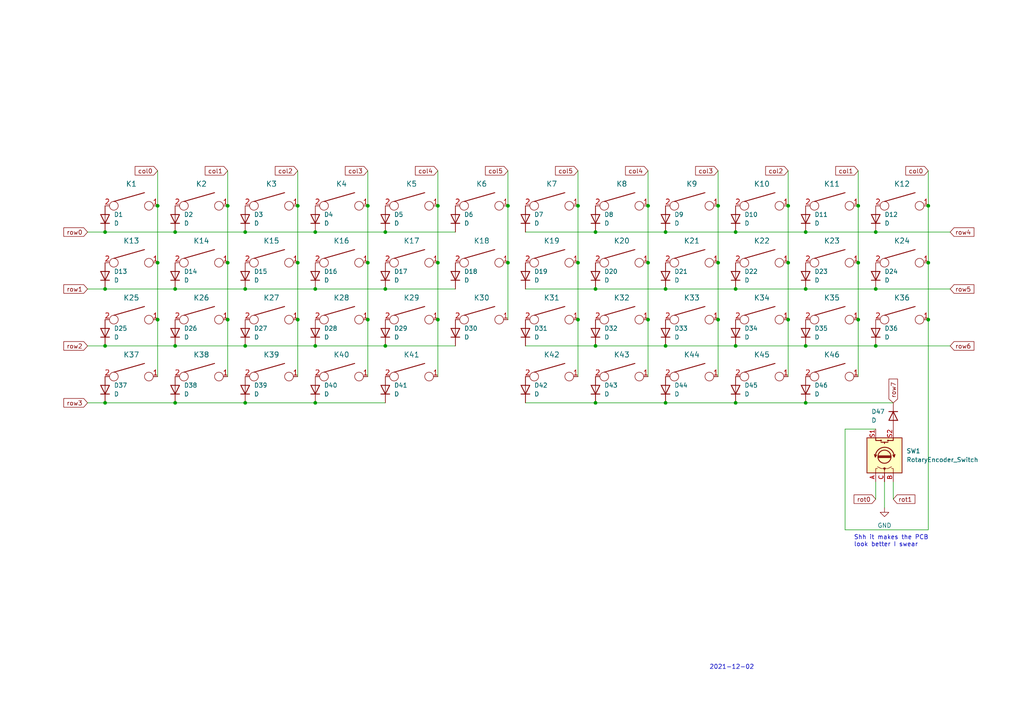
<source format=kicad_sch>
(kicad_sch (version 20210621) (generator eeschema)
  (paper "A4")
  (lib_symbols
    (symbol "Device:D" (pin_numbers hide) (pin_names (offset 1.016) hide)
      (property "Reference" "D" (at 0 2.54 0))
      (property "Value" "D" (at 0 -2.54 0))
      (symbol "D_0_1"
        (polyline (pts (xy -1.27 1.27) (xy -1.27 -1.27)) (stroke (width 0.254)))
        (polyline (pts (xy 1.27 0) (xy -1.27 0)))
        (polyline (pts (xy 1.27 1.27) (xy 1.27 -1.27) (xy -1.27 0) (xy 1.27 1.27)) (stroke (width 0.254)))
      )
      (symbol "D_1_1"
        (pin passive line (at -3.81 0 0) (length 2.54) (name "K") (number "1"))
        (pin passive line (at 3.81 0 180) (length 2.54) (name "A") (number "2"))
      )
    )
    (symbol "Device:RotaryEncoder_Switch" (pin_names (offset 0.254) hide)
      (property "Reference" "SW" (at 0 6.604 0))
      (property "Value" "RotaryEncoder_Switch" (at 0 -6.604 0))
      (symbol "RotaryEncoder_Switch_0_1"
        (arc (start -0.381 -2.794) (end -0.381 2.667) (radius (at -0.381 -0.0508) (length 2.7432) (angles -89.9 89.9)) (stroke (width 0.254)))
        (circle (center -0.381 0) (radius 1.905) (stroke (width 0.254)))
        (circle (center 4.318 -1.016) (radius 0.127) (stroke (width 0.254)))
        (circle (center 4.318 1.016) (radius 0.127) (stroke (width 0.254)))
        (circle (center -3.81 0) (radius 0.254) (fill (type outline)))
        (rectangle (start -5.08 5.08) (end 5.08 -5.08) (stroke (width 0.254)) (fill (type background)))
        (polyline (pts (xy -0.635 -1.778) (xy -0.635 1.778)) (stroke (width 0.254)))
        (polyline (pts (xy -0.381 -1.778) (xy -0.381 1.778)) (stroke (width 0.254)))
        (polyline (pts (xy -0.127 1.778) (xy -0.127 -1.778)) (stroke (width 0.254)))
        (polyline (pts (xy 3.81 0) (xy 3.429 0)) (stroke (width 0.254)))
        (polyline (pts (xy 3.81 1.016) (xy 3.81 -1.016)) (stroke (width 0.254)))
        (polyline (pts (xy -5.08 -2.54) (xy -3.81 -2.54) (xy -3.81 -2.032)))
        (polyline (pts (xy -5.08 2.54) (xy -3.81 2.54) (xy -3.81 2.032)))
        (polyline (pts (xy 0.254 -3.048) (xy -0.508 -2.794) (xy 0.127 -2.413)) (stroke (width 0.254)))
        (polyline (pts (xy 0.254 2.921) (xy -0.508 2.667) (xy 0.127 2.286)) (stroke (width 0.254)))
        (polyline (pts (xy 5.08 -2.54) (xy 4.318 -2.54) (xy 4.318 -1.016)) (stroke (width 0.254)))
        (polyline (pts (xy 5.08 2.54) (xy 4.318 2.54) (xy 4.318 1.016)) (stroke (width 0.254)))
        (polyline (pts (xy -5.08 0) (xy -3.81 0) (xy -3.81 -1.016) (xy -3.302 -2.032)))
        (polyline (pts (xy -4.318 0) (xy -3.81 0) (xy -3.81 1.016) (xy -3.302 2.032)))
      )
      (symbol "RotaryEncoder_Switch_1_1"
        (pin passive line (at -7.62 2.54 0) (length 2.54) (name "A") (number "A"))
        (pin passive line (at -7.62 -2.54 0) (length 2.54) (name "B") (number "B"))
        (pin passive line (at -7.62 0 0) (length 2.54) (name "C") (number "C"))
        (pin passive line (at 7.62 2.54 180) (length 2.54) (name "S1") (number "S1"))
        (pin passive line (at 7.62 -2.54 180) (length 2.54) (name "S2") (number "S2"))
      )
    )
    (symbol "keyboard_parts:KEYSW" (pin_names (offset 1.016))
      (property "Reference" "K?" (at -1.27 0 0))
      (symbol "KEYSW_0_1"
        (circle (center -5.08 0) (radius 1.27))
        (circle (center 5.08 0) (radius 1.27))
        (polyline (pts (xy -5.08 1.27) (xy 3.81 3.81)) (stroke (width 0.254)))
      )
      (symbol "KEYSW_1_1"
        (pin passive line (at 7.62 0 180) (length 1.27) (name "~") (number "1"))
        (pin passive line (at -7.62 0 0) (length 1.27) (name "~") (number "2"))
      )
    )
    (symbol "power:GND" (power) (pin_names (offset 0))
      (property "Value" "GND" (at 0 -3.81 0))
      (symbol "GND_0_1"
        (polyline (pts (xy 0 0) (xy 0 -1.27) (xy 1.27 -1.27) (xy 0 -2.54) (xy -1.27 -1.27) (xy 0 -1.27)))
      )
      (symbol "GND_1_1"
        (pin power_in line (at 0 0 270) (length 0) hide (name "GND") (number "1"))
      )
    )
  )
  (junction (at 30.48 67.31) (diameter 0.9144))
  (junction (at 30.48 83.82) (diameter 0.9144))
  (junction (at 30.48 100.33) (diameter 0.9144))
  (junction (at 30.48 116.84) (diameter 0.9144))
  (junction (at 45.72 59.69) (diameter 0.9144))
  (junction (at 45.72 76.2) (diameter 0.9144))
  (junction (at 45.72 92.71) (diameter 0.9144))
  (junction (at 50.8 67.31) (diameter 0.9144))
  (junction (at 50.8 83.82) (diameter 0.9144))
  (junction (at 50.8 100.33) (diameter 0.9144))
  (junction (at 50.8 116.84) (diameter 0.9144))
  (junction (at 66.04 59.69) (diameter 0.9144))
  (junction (at 66.04 76.2) (diameter 0.9144))
  (junction (at 66.04 92.71) (diameter 0.9144))
  (junction (at 71.12 67.31) (diameter 0.9144))
  (junction (at 71.12 83.82) (diameter 0.9144))
  (junction (at 71.12 100.33) (diameter 0.9144))
  (junction (at 71.12 116.84) (diameter 0.9144))
  (junction (at 86.36 59.69) (diameter 0.9144))
  (junction (at 86.36 76.2) (diameter 0.9144))
  (junction (at 86.36 92.71) (diameter 0.9144))
  (junction (at 91.44 67.31) (diameter 0.9144))
  (junction (at 91.44 83.82) (diameter 0.9144))
  (junction (at 91.44 100.33) (diameter 0.9144))
  (junction (at 91.44 116.84) (diameter 0.9144))
  (junction (at 106.68 59.69) (diameter 0.9144))
  (junction (at 106.68 76.2) (diameter 0.9144))
  (junction (at 106.68 92.71) (diameter 0.9144))
  (junction (at 111.76 67.31) (diameter 0.9144))
  (junction (at 111.76 83.82) (diameter 0.9144))
  (junction (at 111.76 100.33) (diameter 0.9144))
  (junction (at 127 59.69) (diameter 0.9144))
  (junction (at 127 76.2) (diameter 0.9144))
  (junction (at 127 92.71) (diameter 0.9144))
  (junction (at 147.32 59.69) (diameter 0.9144))
  (junction (at 147.32 76.2) (diameter 0.9144))
  (junction (at 167.64 59.69) (diameter 0.9144))
  (junction (at 167.64 76.2) (diameter 0.9144))
  (junction (at 167.64 92.71) (diameter 0.9144))
  (junction (at 172.72 67.31) (diameter 0.9144))
  (junction (at 172.72 83.82) (diameter 0.9144))
  (junction (at 172.72 100.33) (diameter 0.9144))
  (junction (at 172.72 116.84) (diameter 0.9144))
  (junction (at 187.96 59.69) (diameter 0.9144))
  (junction (at 187.96 76.2) (diameter 0.9144))
  (junction (at 187.96 92.71) (diameter 0.9144))
  (junction (at 193.04 67.31) (diameter 0.9144))
  (junction (at 193.04 83.82) (diameter 0.9144))
  (junction (at 193.04 100.33) (diameter 0.9144))
  (junction (at 193.04 116.84) (diameter 0.9144))
  (junction (at 208.28 59.69) (diameter 0.9144))
  (junction (at 208.28 76.2) (diameter 0.9144))
  (junction (at 208.28 92.71) (diameter 0.9144))
  (junction (at 213.36 67.31) (diameter 0.9144))
  (junction (at 213.36 83.82) (diameter 0.9144))
  (junction (at 213.36 100.33) (diameter 0.9144))
  (junction (at 213.36 116.84) (diameter 0.9144))
  (junction (at 228.6 59.69) (diameter 0.9144))
  (junction (at 228.6 76.2) (diameter 0.9144))
  (junction (at 228.6 92.71) (diameter 0.9144))
  (junction (at 233.68 67.31) (diameter 0.9144))
  (junction (at 233.68 83.82) (diameter 0.9144))
  (junction (at 233.68 100.33) (diameter 0.9144))
  (junction (at 233.68 116.84) (diameter 0.9144))
  (junction (at 248.92 59.69) (diameter 0.9144))
  (junction (at 248.92 76.2) (diameter 0.9144))
  (junction (at 248.92 92.71) (diameter 0.9144))
  (junction (at 254 67.31) (diameter 0.9144))
  (junction (at 254 83.82) (diameter 0.9144))
  (junction (at 254 100.33) (diameter 0.9144))
  (junction (at 269.24 59.69) (diameter 0.9144))
  (junction (at 269.24 76.2) (diameter 0.9144))
  (junction (at 269.24 92.71) (diameter 0.9144))
  (wire (pts (xy 25.4 67.31) (xy 30.48 67.31)))
  (wire (pts (xy 25.4 83.82) (xy 30.48 83.82)))
  (wire (pts (xy 25.4 100.33) (xy 30.48 100.33)))
  (wire (pts (xy 25.4 116.84) (xy 30.48 116.84)))
  (wire (pts (xy 30.48 67.31) (xy 50.8 67.31)))
  (wire (pts (xy 30.48 83.82) (xy 50.8 83.82)))
  (wire (pts (xy 30.48 100.33) (xy 50.8 100.33)))
  (wire (pts (xy 30.48 116.84) (xy 50.8 116.84)))
  (wire (pts (xy 45.72 49.53) (xy 45.72 59.69)))
  (wire (pts (xy 45.72 59.69) (xy 45.72 76.2)))
  (wire (pts (xy 45.72 76.2) (xy 45.72 92.71)))
  (wire (pts (xy 45.72 92.71) (xy 45.72 109.22)))
  (wire (pts (xy 50.8 67.31) (xy 71.12 67.31)))
  (wire (pts (xy 50.8 83.82) (xy 71.12 83.82)))
  (wire (pts (xy 50.8 100.33) (xy 71.12 100.33)))
  (wire (pts (xy 50.8 116.84) (xy 71.12 116.84)))
  (wire (pts (xy 66.04 49.53) (xy 66.04 59.69)))
  (wire (pts (xy 66.04 59.69) (xy 66.04 76.2)))
  (wire (pts (xy 66.04 76.2) (xy 66.04 92.71)))
  (wire (pts (xy 66.04 92.71) (xy 66.04 109.22)))
  (wire (pts (xy 71.12 67.31) (xy 91.44 67.31)))
  (wire (pts (xy 71.12 83.82) (xy 91.44 83.82)))
  (wire (pts (xy 71.12 100.33) (xy 91.44 100.33)))
  (wire (pts (xy 71.12 116.84) (xy 91.44 116.84)))
  (wire (pts (xy 86.36 49.53) (xy 86.36 59.69)))
  (wire (pts (xy 86.36 59.69) (xy 86.36 76.2)))
  (wire (pts (xy 86.36 76.2) (xy 86.36 92.71)))
  (wire (pts (xy 86.36 92.71) (xy 86.36 109.22)))
  (wire (pts (xy 91.44 67.31) (xy 111.76 67.31)))
  (wire (pts (xy 91.44 83.82) (xy 111.76 83.82)))
  (wire (pts (xy 91.44 100.33) (xy 111.76 100.33)))
  (wire (pts (xy 91.44 116.84) (xy 111.76 116.84)))
  (wire (pts (xy 106.68 49.53) (xy 106.68 59.69)))
  (wire (pts (xy 106.68 59.69) (xy 106.68 76.2)))
  (wire (pts (xy 106.68 76.2) (xy 106.68 92.71)))
  (wire (pts (xy 106.68 92.71) (xy 106.68 109.22)))
  (wire (pts (xy 111.76 67.31) (xy 132.08 67.31)))
  (wire (pts (xy 111.76 83.82) (xy 132.08 83.82)))
  (wire (pts (xy 111.76 100.33) (xy 132.08 100.33)))
  (wire (pts (xy 127 49.53) (xy 127 59.69)))
  (wire (pts (xy 127 59.69) (xy 127 76.2)))
  (wire (pts (xy 127 76.2) (xy 127 92.71)))
  (wire (pts (xy 127 92.71) (xy 127 109.22)))
  (wire (pts (xy 147.32 49.53) (xy 147.32 59.69)))
  (wire (pts (xy 147.32 59.69) (xy 147.32 76.2)))
  (wire (pts (xy 147.32 76.2) (xy 147.32 92.71)))
  (wire (pts (xy 152.4 67.31) (xy 172.72 67.31)))
  (wire (pts (xy 152.4 83.82) (xy 172.72 83.82)))
  (wire (pts (xy 152.4 100.33) (xy 172.72 100.33)))
  (wire (pts (xy 152.4 116.84) (xy 172.72 116.84)))
  (wire (pts (xy 167.64 49.53) (xy 167.64 59.69)))
  (wire (pts (xy 167.64 59.69) (xy 167.64 76.2)))
  (wire (pts (xy 167.64 76.2) (xy 167.64 92.71)))
  (wire (pts (xy 167.64 92.71) (xy 167.64 109.22)))
  (wire (pts (xy 172.72 67.31) (xy 193.04 67.31)))
  (wire (pts (xy 172.72 83.82) (xy 193.04 83.82)))
  (wire (pts (xy 172.72 100.33) (xy 193.04 100.33)))
  (wire (pts (xy 172.72 116.84) (xy 193.04 116.84)))
  (wire (pts (xy 187.96 49.53) (xy 187.96 59.69)))
  (wire (pts (xy 187.96 59.69) (xy 187.96 76.2)))
  (wire (pts (xy 187.96 76.2) (xy 187.96 92.71)))
  (wire (pts (xy 187.96 92.71) (xy 187.96 109.22)))
  (wire (pts (xy 193.04 67.31) (xy 213.36 67.31)))
  (wire (pts (xy 193.04 83.82) (xy 213.36 83.82)))
  (wire (pts (xy 193.04 100.33) (xy 213.36 100.33)))
  (wire (pts (xy 193.04 116.84) (xy 213.36 116.84)))
  (wire (pts (xy 208.28 49.53) (xy 208.28 59.69)))
  (wire (pts (xy 208.28 59.69) (xy 208.28 76.2)))
  (wire (pts (xy 208.28 76.2) (xy 208.28 92.71)))
  (wire (pts (xy 208.28 92.71) (xy 208.28 109.22)))
  (wire (pts (xy 213.36 67.31) (xy 233.68 67.31)))
  (wire (pts (xy 213.36 83.82) (xy 233.68 83.82)))
  (wire (pts (xy 213.36 100.33) (xy 233.68 100.33)))
  (wire (pts (xy 213.36 116.84) (xy 233.68 116.84)))
  (wire (pts (xy 228.6 49.53) (xy 228.6 59.69)))
  (wire (pts (xy 228.6 59.69) (xy 228.6 76.2)))
  (wire (pts (xy 228.6 76.2) (xy 228.6 92.71)))
  (wire (pts (xy 228.6 92.71) (xy 228.6 109.22)))
  (wire (pts (xy 233.68 67.31) (xy 254 67.31)))
  (wire (pts (xy 233.68 83.82) (xy 254 83.82)))
  (wire (pts (xy 233.68 100.33) (xy 254 100.33)))
  (wire (pts (xy 233.68 116.84) (xy 259.08 116.84)))
  (wire (pts (xy 245.11 124.46) (xy 254 124.46)))
  (wire (pts (xy 245.11 153.67) (xy 245.11 124.46)))
  (wire (pts (xy 248.92 49.53) (xy 248.92 59.69)))
  (wire (pts (xy 248.92 59.69) (xy 248.92 76.2)))
  (wire (pts (xy 248.92 76.2) (xy 248.92 92.71)))
  (wire (pts (xy 248.92 92.71) (xy 248.92 109.22)))
  (wire (pts (xy 254 67.31) (xy 275.59 67.31)))
  (wire (pts (xy 254 83.82) (xy 275.59 83.82)))
  (wire (pts (xy 254 100.33) (xy 275.59 100.33)))
  (wire (pts (xy 254 139.7) (xy 254 144.78)))
  (wire (pts (xy 256.54 139.7) (xy 256.54 147.32)))
  (wire (pts (xy 259.08 139.7) (xy 259.08 144.78)))
  (wire (pts (xy 269.24 49.53) (xy 269.24 59.69)))
  (wire (pts (xy 269.24 59.69) (xy 269.24 76.2)))
  (wire (pts (xy 269.24 76.2) (xy 269.24 92.71)))
  (wire (pts (xy 269.24 92.71) (xy 269.24 153.67)))
  (wire (pts (xy 269.24 153.67) (xy 245.11 153.67)))
  (text "2021-12-02\n" (at 205.74 194.31 0) (effects (font (size 1.27 1.27)) (justify left bottom)))
  (text "Shh it makes the PCB\nlook better I swear" (at 247.65 158.75 0) (effects (font (size 1.27 1.27)) (justify left bottom)))
  (global_label "row0" (shape input) (at 25.4 67.31 180) (property "Intersheet References" "${INTERSHEET_REFS}" (effects hide)))
  (global_label "row1" (shape input) (at 25.4 83.82 180) (property "Intersheet References" "${INTERSHEET_REFS}" (effects hide)))
  (global_label "row2" (shape input) (at 25.4 100.33 180) (property "Intersheet References" "${INTERSHEET_REFS}" (effects hide)))
  (global_label "row3" (shape input) (at 25.4 116.84 180) (property "Intersheet References" "${INTERSHEET_REFS}" (effects hide)))
  (global_label "col0" (shape input) (at 45.72 49.53 180) (property "Intersheet References" "${INTERSHEET_REFS}" (effects hide)))
  (global_label "col1" (shape input) (at 66.04 49.53 180) (property "Intersheet References" "${INTERSHEET_REFS}" (effects hide)))
  (global_label "col2" (shape input) (at 86.36 49.53 180) (property "Intersheet References" "${INTERSHEET_REFS}" (effects hide)))
  (global_label "col3" (shape input) (at 106.68 49.53 180) (property "Intersheet References" "${INTERSHEET_REFS}" (effects hide)))
  (global_label "col4" (shape input) (at 127 49.53 180) (property "Intersheet References" "${INTERSHEET_REFS}" (effects hide)))
  (global_label "col5" (shape input) (at 147.32 49.53 180) (property "Intersheet References" "${INTERSHEET_REFS}" (effects hide)))
  (global_label "col5" (shape input) (at 167.64 49.53 180) (property "Intersheet References" "${INTERSHEET_REFS}" (effects hide)))
  (global_label "col4" (shape input) (at 187.96 49.53 180) (property "Intersheet References" "${INTERSHEET_REFS}" (effects hide)))
  (global_label "col3" (shape input) (at 208.28 49.53 180) (property "Intersheet References" "${INTERSHEET_REFS}" (effects hide)))
  (global_label "col2" (shape input) (at 228.6 49.53 180) (property "Intersheet References" "${INTERSHEET_REFS}" (effects hide)))
  (global_label "col1" (shape input) (at 248.92 49.53 180) (property "Intersheet References" "${INTERSHEET_REFS}" (effects hide)))
  (global_label "rot0" (shape input) (at 254 144.78 180) (property "Intersheet References" "${INTERSHEET_REFS}" (effects hide)))
  (global_label "row7" (shape input) (at 259.08 116.84 90) (property "Intersheet References" "${INTERSHEET_REFS}" (effects hide)))
  (global_label "rot1" (shape input) (at 259.08 144.78 0) (property "Intersheet References" "${INTERSHEET_REFS}" (effects hide)))
  (global_label "col0" (shape input) (at 269.24 49.53 180) (property "Intersheet References" "${INTERSHEET_REFS}" (effects hide)))
  (global_label "row4" (shape input) (at 275.59 67.31 0) (property "Intersheet References" "${INTERSHEET_REFS}" (effects hide)))
  (global_label "row5" (shape input) (at 275.59 83.82 0) (property "Intersheet References" "${INTERSHEET_REFS}" (effects hide)))
  (global_label "row6" (shape input) (at 275.59 100.33 0) (property "Intersheet References" "${INTERSHEET_REFS}" (effects hide)))
  (symbol (lib_id "power:GND") (at 256.54 147.32 0) (unit 1)
    (property "Reference" "#PWR09" (effects hide))
    (property "Value" "GND" (at 256.54 152.4 0))
  )
  (symbol (lib_id "Device:D") (at 30.48 63.5 90) (unit 1)
    (property "Reference" "D1" (at 33.02 62.2299 90) (effects (justify right)))
    (property "Value" "D" (at 33.02 64.7699 90) (effects (justify right)))
    (property "Footprint" "Keebio:Diode-Hybrid-Back" (effects hide))
  )
  (symbol (lib_id "Device:D") (at 30.48 80.01 90) (unit 1)
    (property "Reference" "D13" (at 33.02 78.7399 90) (effects (justify right)))
    (property "Value" "D" (at 33.02 81.2799 90) (effects (justify right)))
    (property "Footprint" "Keebio:Diode-Hybrid-Back" (effects hide))
  )
  (symbol (lib_id "Device:D") (at 30.48 96.52 90) (unit 1)
    (property "Reference" "D25" (at 33.02 95.2499 90) (effects (justify right)))
    (property "Value" "D" (at 33.02 97.7899 90) (effects (justify right)))
    (property "Footprint" "Keebio:Diode-Hybrid-Back" (effects hide))
  )
  (symbol (lib_id "Device:D") (at 30.48 113.03 90) (unit 1)
    (property "Reference" "D37" (at 33.02 111.7599 90) (effects (justify right)))
    (property "Value" "D" (at 33.02 114.2999 90) (effects (justify right)))
    (property "Footprint" "Keebio:Diode-Hybrid-Back" (effects hide))
  )
  (symbol (lib_id "Device:D") (at 50.8 63.5 90) (unit 1)
    (property "Reference" "D2" (at 53.34 62.2299 90) (effects (justify right)))
    (property "Value" "D" (at 53.34 64.7699 90) (effects (justify right)))
    (property "Footprint" "Keebio:Diode-Hybrid-Back" (effects hide))
  )
  (symbol (lib_id "Device:D") (at 50.8 80.01 90) (unit 1)
    (property "Reference" "D14" (at 53.34 78.7399 90) (effects (justify right)))
    (property "Value" "D" (at 53.34 81.2799 90) (effects (justify right)))
    (property "Footprint" "Keebio:Diode-Hybrid-Back" (effects hide))
  )
  (symbol (lib_id "Device:D") (at 50.8 96.52 90) (unit 1)
    (property "Reference" "D26" (at 53.34 95.2499 90) (effects (justify right)))
    (property "Value" "D" (at 53.34 97.7899 90) (effects (justify right)))
    (property "Footprint" "Keebio:Diode-Hybrid-Back" (effects hide))
  )
  (symbol (lib_id "Device:D") (at 50.8 113.03 90) (unit 1)
    (property "Reference" "D38" (at 53.34 111.7599 90) (effects (justify right)))
    (property "Value" "D" (at 53.34 114.2999 90) (effects (justify right)))
    (property "Footprint" "Keebio:Diode-Hybrid-Back" (effects hide))
  )
  (symbol (lib_id "Device:D") (at 71.12 63.5 90) (unit 1)
    (property "Reference" "D3" (at 73.66 62.2299 90) (effects (justify right)))
    (property "Value" "D" (at 73.66 64.7699 90) (effects (justify right)))
    (property "Footprint" "Keebio:Diode-Hybrid-Back" (effects hide))
  )
  (symbol (lib_id "Device:D") (at 71.12 80.01 90) (unit 1)
    (property "Reference" "D15" (at 73.66 78.7399 90) (effects (justify right)))
    (property "Value" "D" (at 73.66 81.2799 90) (effects (justify right)))
    (property "Footprint" "Keebio:Diode-Hybrid-Back" (effects hide))
  )
  (symbol (lib_id "Device:D") (at 71.12 96.52 90) (unit 1)
    (property "Reference" "D27" (at 73.66 95.2499 90) (effects (justify right)))
    (property "Value" "D" (at 73.66 97.7899 90) (effects (justify right)))
    (property "Footprint" "Keebio:Diode-Hybrid-Back" (effects hide))
  )
  (symbol (lib_id "Device:D") (at 71.12 113.03 90) (unit 1)
    (property "Reference" "D39" (at 73.66 111.7599 90) (effects (justify right)))
    (property "Value" "D" (at 73.66 114.2999 90) (effects (justify right)))
    (property "Footprint" "Keebio:Diode-Hybrid-Back" (effects hide))
  )
  (symbol (lib_id "Device:D") (at 91.44 63.5 90) (unit 1)
    (property "Reference" "D4" (at 93.98 62.2299 90) (effects (justify right)))
    (property "Value" "D" (at 93.98 64.7699 90) (effects (justify right)))
    (property "Footprint" "Keebio:Diode-Hybrid-Back" (effects hide))
  )
  (symbol (lib_id "Device:D") (at 91.44 80.01 90) (unit 1)
    (property "Reference" "D16" (at 93.98 78.7399 90) (effects (justify right)))
    (property "Value" "D" (at 93.98 81.2799 90) (effects (justify right)))
    (property "Footprint" "Keebio:Diode-Hybrid-Back" (effects hide))
  )
  (symbol (lib_id "Device:D") (at 91.44 96.52 90) (unit 1)
    (property "Reference" "D28" (at 93.98 95.2499 90) (effects (justify right)))
    (property "Value" "D" (at 93.98 97.7899 90) (effects (justify right)))
    (property "Footprint" "Keebio:Diode-Hybrid-Back" (effects hide))
  )
  (symbol (lib_id "Device:D") (at 91.44 113.03 90) (unit 1)
    (property "Reference" "D40" (at 93.98 111.7599 90) (effects (justify right)))
    (property "Value" "D" (at 93.98 114.2999 90) (effects (justify right)))
    (property "Footprint" "Keebio:Diode-Hybrid-Back" (effects hide))
  )
  (symbol (lib_id "Device:D") (at 111.76 63.5 90) (unit 1)
    (property "Reference" "D5" (at 114.3 62.2299 90) (effects (justify right)))
    (property "Value" "D" (at 114.3 64.7699 90) (effects (justify right)))
    (property "Footprint" "Keebio:Diode-Hybrid-Back" (effects hide))
  )
  (symbol (lib_id "Device:D") (at 111.76 80.01 90) (unit 1)
    (property "Reference" "D17" (at 114.3 78.7399 90) (effects (justify right)))
    (property "Value" "D" (at 114.3 81.2799 90) (effects (justify right)))
    (property "Footprint" "Keebio:Diode-Hybrid-Back" (effects hide))
  )
  (symbol (lib_id "Device:D") (at 111.76 96.52 90) (unit 1)
    (property "Reference" "D29" (at 114.3 95.2499 90) (effects (justify right)))
    (property "Value" "D" (at 114.3 97.7899 90) (effects (justify right)))
    (property "Footprint" "Keebio:Diode-Hybrid-Back" (effects hide))
  )
  (symbol (lib_id "Device:D") (at 111.76 113.03 90) (unit 1)
    (property "Reference" "D41" (at 114.3 111.7599 90) (effects (justify right)))
    (property "Value" "D" (at 114.3 114.2999 90) (effects (justify right)))
    (property "Footprint" "Keebio:Diode-Hybrid-Back" (effects hide))
  )
  (symbol (lib_id "Device:D") (at 132.08 63.5 90) (unit 1)
    (property "Reference" "D6" (at 134.62 62.2299 90) (effects (justify right)))
    (property "Value" "D" (at 134.62 64.7699 90) (effects (justify right)))
    (property "Footprint" "Keebio:Diode-Hybrid-Back" (effects hide))
  )
  (symbol (lib_id "Device:D") (at 132.08 80.01 90) (unit 1)
    (property "Reference" "D18" (at 134.62 78.7399 90) (effects (justify right)))
    (property "Value" "D" (at 134.62 81.2799 90) (effects (justify right)))
    (property "Footprint" "Keebio:Diode-Hybrid-Back" (effects hide))
  )
  (symbol (lib_id "Device:D") (at 132.08 96.52 90) (unit 1)
    (property "Reference" "D30" (at 134.62 95.2499 90) (effects (justify right)))
    (property "Value" "D" (at 134.62 97.7899 90) (effects (justify right)))
    (property "Footprint" "Keebio:Diode-Hybrid-Back" (effects hide))
  )
  (symbol (lib_id "Device:D") (at 152.4 63.5 90) (unit 1)
    (property "Reference" "D7" (at 154.94 62.2299 90) (effects (justify right)))
    (property "Value" "D" (at 154.94 64.7699 90) (effects (justify right)))
    (property "Footprint" "Keebio:Diode-Hybrid-Back" (effects hide))
  )
  (symbol (lib_id "Device:D") (at 152.4 80.01 90) (unit 1)
    (property "Reference" "D19" (at 154.94 78.7399 90) (effects (justify right)))
    (property "Value" "D" (at 154.94 81.2799 90) (effects (justify right)))
    (property "Footprint" "Keebio:Diode-Hybrid-Back" (effects hide))
  )
  (symbol (lib_id "Device:D") (at 152.4 96.52 90) (unit 1)
    (property "Reference" "D31" (at 154.94 95.2499 90) (effects (justify right)))
    (property "Value" "D" (at 154.94 97.7899 90) (effects (justify right)))
    (property "Footprint" "Keebio:Diode-Hybrid-Back" (effects hide))
  )
  (symbol (lib_id "Device:D") (at 152.4 113.03 90) (unit 1)
    (property "Reference" "D42" (at 154.94 111.7599 90) (effects (justify right)))
    (property "Value" "D" (at 154.94 114.2999 90) (effects (justify right)))
    (property "Footprint" "Keebio:Diode-Hybrid-Back" (effects hide))
  )
  (symbol (lib_id "Device:D") (at 172.72 63.5 90) (unit 1)
    (property "Reference" "D8" (at 175.26 62.2299 90) (effects (justify right)))
    (property "Value" "D" (at 175.26 64.7699 90) (effects (justify right)))
    (property "Footprint" "Keebio:Diode-Hybrid-Back" (effects hide))
  )
  (symbol (lib_id "Device:D") (at 172.72 80.01 90) (unit 1)
    (property "Reference" "D20" (at 175.26 78.7399 90) (effects (justify right)))
    (property "Value" "D" (at 175.26 81.2799 90) (effects (justify right)))
    (property "Footprint" "Keebio:Diode-Hybrid-Back" (effects hide))
  )
  (symbol (lib_id "Device:D") (at 172.72 96.52 90) (unit 1)
    (property "Reference" "D32" (at 175.26 95.2499 90) (effects (justify right)))
    (property "Value" "D" (at 175.26 97.7899 90) (effects (justify right)))
    (property "Footprint" "Keebio:Diode-Hybrid-Back" (effects hide))
  )
  (symbol (lib_id "Device:D") (at 172.72 113.03 90) (unit 1)
    (property "Reference" "D43" (at 175.26 111.7599 90) (effects (justify right)))
    (property "Value" "D" (at 175.26 114.2999 90) (effects (justify right)))
    (property "Footprint" "Keebio:Diode-Hybrid-Back" (effects hide))
  )
  (symbol (lib_id "Device:D") (at 193.04 63.5 90) (unit 1)
    (property "Reference" "D9" (at 195.58 62.2299 90) (effects (justify right)))
    (property "Value" "D" (at 195.58 64.7699 90) (effects (justify right)))
    (property "Footprint" "Keebio:Diode-Hybrid-Back" (effects hide))
  )
  (symbol (lib_id "Device:D") (at 193.04 80.01 90) (unit 1)
    (property "Reference" "D21" (at 195.58 78.7399 90) (effects (justify right)))
    (property "Value" "D" (at 195.58 81.2799 90) (effects (justify right)))
    (property "Footprint" "Keebio:Diode-Hybrid-Back" (effects hide))
  )
  (symbol (lib_id "Device:D") (at 193.04 96.52 90) (unit 1)
    (property "Reference" "D33" (at 195.58 95.2499 90) (effects (justify right)))
    (property "Value" "D" (at 195.58 97.7899 90) (effects (justify right)))
    (property "Footprint" "Keebio:Diode-Hybrid-Back" (effects hide))
  )
  (symbol (lib_id "Device:D") (at 193.04 113.03 90) (unit 1)
    (property "Reference" "D44" (at 195.58 111.7599 90) (effects (justify right)))
    (property "Value" "D" (at 195.58 114.2999 90) (effects (justify right)))
    (property "Footprint" "Keebio:Diode-Hybrid-Back" (effects hide))
  )
  (symbol (lib_id "Device:D") (at 213.36 63.5 90) (unit 1)
    (property "Reference" "D10" (at 215.9 62.2299 90) (effects (justify right)))
    (property "Value" "D" (at 215.9 64.7699 90) (effects (justify right)))
    (property "Footprint" "Keebio:Diode-Hybrid-Back" (effects hide))
  )
  (symbol (lib_id "Device:D") (at 213.36 80.01 90) (unit 1)
    (property "Reference" "D22" (at 215.9 78.7399 90) (effects (justify right)))
    (property "Value" "D" (at 215.9 81.2799 90) (effects (justify right)))
    (property "Footprint" "Keebio:Diode-Hybrid-Back" (effects hide))
  )
  (symbol (lib_id "Device:D") (at 213.36 96.52 90) (unit 1)
    (property "Reference" "D34" (at 215.9 95.2499 90) (effects (justify right)))
    (property "Value" "D" (at 215.9 97.7899 90) (effects (justify right)))
    (property "Footprint" "Keebio:Diode-Hybrid-Back" (effects hide))
  )
  (symbol (lib_id "Device:D") (at 213.36 113.03 90) (unit 1)
    (property "Reference" "D45" (at 215.9 111.7599 90) (effects (justify right)))
    (property "Value" "D" (at 215.9 114.2999 90) (effects (justify right)))
    (property "Footprint" "Keebio:Diode-Hybrid-Back" (effects hide))
  )
  (symbol (lib_id "Device:D") (at 233.68 63.5 90) (unit 1)
    (property "Reference" "D11" (at 236.22 62.2299 90) (effects (justify right)))
    (property "Value" "D" (at 236.22 64.7699 90) (effects (justify right)))
    (property "Footprint" "Keebio:Diode-Hybrid-Back" (effects hide))
  )
  (symbol (lib_id "Device:D") (at 233.68 80.01 90) (unit 1)
    (property "Reference" "D23" (at 236.22 78.7399 90) (effects (justify right)))
    (property "Value" "D" (at 236.22 81.2799 90) (effects (justify right)))
    (property "Footprint" "Keebio:Diode-Hybrid-Back" (effects hide))
  )
  (symbol (lib_id "Device:D") (at 233.68 96.52 90) (unit 1)
    (property "Reference" "D35" (at 236.22 95.2499 90) (effects (justify right)))
    (property "Value" "D" (at 236.22 97.7899 90) (effects (justify right)))
    (property "Footprint" "Keebio:Diode-Hybrid-Back" (effects hide))
  )
  (symbol (lib_id "Device:D") (at 233.68 113.03 90) (unit 1)
    (property "Reference" "D46" (at 236.22 111.7599 90) (effects (justify right)))
    (property "Value" "D" (at 236.22 114.2999 90) (effects (justify right)))
    (property "Footprint" "Keebio:Diode-Hybrid-Back" (effects hide))
  )
  (symbol (lib_id "Device:D") (at 254 63.5 90) (unit 1)
    (property "Reference" "D12" (at 256.54 62.2299 90) (effects (justify right)))
    (property "Value" "D" (at 256.54 64.7699 90) (effects (justify right)))
    (property "Footprint" "Keebio:Diode-Hybrid-Back" (effects hide))
  )
  (symbol (lib_id "Device:D") (at 254 80.01 90) (unit 1)
    (property "Reference" "D24" (at 256.54 78.7399 90) (effects (justify right)))
    (property "Value" "D" (at 256.54 81.2799 90) (effects (justify right)))
    (property "Footprint" "Keebio:Diode-Hybrid-Back" (effects hide))
  )
  (symbol (lib_id "Device:D") (at 254 96.52 90) (unit 1)
    (property "Reference" "D36" (at 256.54 95.2499 90) (effects (justify right)))
    (property "Value" "D" (at 256.54 97.7899 90) (effects (justify right)))
    (property "Footprint" "Keebio:Diode-Hybrid-Back" (effects hide))
  )
  (symbol (lib_id "Device:D") (at 259.08 120.65 270) (unit 1)
    (property "Reference" "D47" (at 252.73 119.3799 90) (effects (justify left)))
    (property "Value" "D" (at 252.73 121.9199 90) (effects (justify left)))
    (property "Footprint" "Keebio:Diode-Hybrid-Back" (effects hide))
  )
  (symbol (lib_id "keyboard_parts:KEYSW") (at 38.1 59.69 0) (unit 1)
    (property "Reference" "K1" (at 38.1 53.34 0) (effects (font (size 1.524 1.524))))
    (property "Value" "KEYSW" (effects hide))
    (property "Footprint" "mx footprints:MXOnly-1U-NoLED" (effects hide))
  )
  (symbol (lib_id "keyboard_parts:KEYSW") (at 38.1 76.2 0) (unit 1)
    (property "Reference" "K13" (at 38.1 69.85 0) (effects (font (size 1.524 1.524))))
    (property "Value" "KEYSW" (effects hide))
    (property "Footprint" "mx footprints:MXOnly-1.25U-NoLED" (effects hide))
  )
  (symbol (lib_id "keyboard_parts:KEYSW") (at 38.1 92.71 0) (unit 1)
    (property "Reference" "K25" (at 38.1 86.36 0) (effects (font (size 1.524 1.524))))
    (property "Value" "KEYSW" (effects hide))
    (property "Footprint" "mx footprints:MXOnly-1.5U-NoLED" (effects hide))
  )
  (symbol (lib_id "keyboard_parts:KEYSW") (at 38.1 109.22 0) (unit 1)
    (property "Reference" "K37" (at 38.1 102.87 0) (effects (font (size 1.524 1.524))))
    (property "Value" "KEYSW" (effects hide))
    (property "Footprint" "mx footprints:MXOnly-1U-NoLED" (effects hide))
  )
  (symbol (lib_id "keyboard_parts:KEYSW") (at 58.42 59.69 0) (unit 1)
    (property "Reference" "K2" (at 58.42 53.34 0) (effects (font (size 1.524 1.524))))
    (property "Value" "KEYSW" (effects hide))
    (property "Footprint" "mx footprints:MXOnly-1U-NoLED" (effects hide))
  )
  (symbol (lib_id "keyboard_parts:KEYSW") (at 58.42 76.2 0) (unit 1)
    (property "Reference" "K14" (at 58.42 69.85 0) (effects (font (size 1.524 1.524))))
    (property "Value" "KEYSW" (effects hide))
    (property "Footprint" "mx footprints:MXOnly-1U-NoLED" (effects hide))
  )
  (symbol (lib_id "keyboard_parts:KEYSW") (at 58.42 92.71 0) (unit 1)
    (property "Reference" "K26" (at 58.42 86.36 0) (effects (font (size 1.524 1.524))))
    (property "Value" "KEYSW" (effects hide))
    (property "Footprint" "mx footprints:MXOnly-1U-NoLED" (effects hide))
  )
  (symbol (lib_id "keyboard_parts:KEYSW") (at 58.42 109.22 0) (unit 1)
    (property "Reference" "K38" (at 58.42 102.87 0) (effects (font (size 1.524 1.524))))
    (property "Value" "KEYSW" (effects hide))
    (property "Footprint" "mx footprints:MXOnly-1U-NoLED" (effects hide))
  )
  (symbol (lib_id "keyboard_parts:KEYSW") (at 78.74 59.69 0) (unit 1)
    (property "Reference" "K3" (at 78.74 53.34 0) (effects (font (size 1.524 1.524))))
    (property "Value" "KEYSW" (effects hide))
    (property "Footprint" "mx footprints:MXOnly-1U-NoLED" (effects hide))
  )
  (symbol (lib_id "keyboard_parts:KEYSW") (at 78.74 76.2 0) (unit 1)
    (property "Reference" "K15" (at 78.74 69.85 0) (effects (font (size 1.524 1.524))))
    (property "Value" "KEYSW" (effects hide))
    (property "Footprint" "mx footprints:MXOnly-1U-NoLED" (effects hide))
  )
  (symbol (lib_id "keyboard_parts:KEYSW") (at 78.74 92.71 0) (unit 1)
    (property "Reference" "K27" (at 78.74 86.36 0) (effects (font (size 1.524 1.524))))
    (property "Value" "KEYSW" (effects hide))
    (property "Footprint" "mx footprints:MXOnly-1U-NoLED" (effects hide))
  )
  (symbol (lib_id "keyboard_parts:KEYSW") (at 78.74 109.22 0) (unit 1)
    (property "Reference" "K39" (at 78.74 102.87 0) (effects (font (size 1.524 1.524))))
    (property "Value" "KEYSW" (effects hide))
    (property "Footprint" "mx footprints:MXOnly-1U-NoLED" (effects hide))
  )
  (symbol (lib_id "keyboard_parts:KEYSW") (at 99.06 59.69 0) (unit 1)
    (property "Reference" "K4" (at 99.06 53.34 0) (effects (font (size 1.524 1.524))))
    (property "Value" "KEYSW" (effects hide))
    (property "Footprint" "mx footprints:MXOnly-1U-NoLED" (effects hide))
  )
  (symbol (lib_id "keyboard_parts:KEYSW") (at 99.06 76.2 0) (unit 1)
    (property "Reference" "K16" (at 99.06 69.85 0) (effects (font (size 1.524 1.524))))
    (property "Value" "KEYSW" (effects hide))
    (property "Footprint" "mx footprints:MXOnly-1U-NoLED" (effects hide))
  )
  (symbol (lib_id "keyboard_parts:KEYSW") (at 99.06 92.71 0) (unit 1)
    (property "Reference" "K28" (at 99.06 86.36 0) (effects (font (size 1.524 1.524))))
    (property "Value" "KEYSW" (effects hide))
    (property "Footprint" "mx footprints:MXOnly-1U-NoLED" (effects hide))
  )
  (symbol (lib_id "keyboard_parts:KEYSW") (at 99.06 109.22 0) (unit 1)
    (property "Reference" "K40" (at 99.06 102.87 0) (effects (font (size 1.524 1.524))))
    (property "Value" "KEYSW" (effects hide))
    (property "Footprint" "mx footprints:MXOnly-1U-NoLED" (effects hide))
  )
  (symbol (lib_id "keyboard_parts:KEYSW") (at 119.38 59.69 0) (unit 1)
    (property "Reference" "K5" (at 119.38 53.34 0) (effects (font (size 1.524 1.524))))
    (property "Value" "KEYSW" (effects hide))
    (property "Footprint" "mx footprints:MXOnly-1U-NoLED" (effects hide))
  )
  (symbol (lib_id "keyboard_parts:KEYSW") (at 119.38 76.2 0) (unit 1)
    (property "Reference" "K17" (at 119.38 69.85 0) (effects (font (size 1.524 1.524))))
    (property "Value" "KEYSW" (effects hide))
    (property "Footprint" "mx footprints:MXOnly-1U-NoLED" (effects hide))
  )
  (symbol (lib_id "keyboard_parts:KEYSW") (at 119.38 92.71 0) (unit 1)
    (property "Reference" "K29" (at 119.38 86.36 0) (effects (font (size 1.524 1.524))))
    (property "Value" "KEYSW" (effects hide))
    (property "Footprint" "mx footprints:MXOnly-1U-NoLED" (effects hide))
  )
  (symbol (lib_id "keyboard_parts:KEYSW") (at 119.38 109.22 0) (unit 1)
    (property "Reference" "K41" (at 119.38 102.87 0) (effects (font (size 1.524 1.524))))
    (property "Value" "KEYSW" (effects hide))
    (property "Footprint" "mx footprints:MXOnly-1.25U-NoLED" (effects hide))
  )
  (symbol (lib_id "keyboard_parts:KEYSW") (at 139.7 59.69 0) (unit 1)
    (property "Reference" "K6" (at 139.7 53.34 0) (effects (font (size 1.524 1.524))))
    (property "Value" "KEYSW" (effects hide))
    (property "Footprint" "mx footprints:MXOnly-1U-NoLED" (effects hide))
  )
  (symbol (lib_id "keyboard_parts:KEYSW") (at 139.7 76.2 0) (unit 1)
    (property "Reference" "K18" (at 139.7 69.85 0) (effects (font (size 1.524 1.524))))
    (property "Value" "KEYSW" (effects hide))
    (property "Footprint" "mx footprints:MXOnly-1U-NoLED" (effects hide))
  )
  (symbol (lib_id "keyboard_parts:KEYSW") (at 139.7 92.71 0) (unit 1)
    (property "Reference" "K30" (at 139.7 86.36 0) (effects (font (size 1.524 1.524))))
    (property "Value" "KEYSW" (effects hide))
    (property "Footprint" "mx footprints:MXOnly-1U-NoLED" (effects hide))
  )
  (symbol (lib_id "keyboard_parts:KEYSW") (at 160.02 59.69 0) (unit 1)
    (property "Reference" "K7" (at 160.02 53.34 0) (effects (font (size 1.524 1.524))))
    (property "Value" "KEYSW" (effects hide))
    (property "Footprint" "mx footprints:MXOnly-1U-NoLED" (effects hide))
  )
  (symbol (lib_id "keyboard_parts:KEYSW") (at 160.02 76.2 0) (unit 1)
    (property "Reference" "K19" (at 160.02 69.85 0) (effects (font (size 1.524 1.524))))
    (property "Value" "KEYSW" (effects hide))
    (property "Footprint" "mx footprints:MXOnly-1U-NoLED" (effects hide))
  )
  (symbol (lib_id "keyboard_parts:KEYSW") (at 160.02 92.71 0) (unit 1)
    (property "Reference" "K31" (at 160.02 86.36 0) (effects (font (size 1.524 1.524))))
    (property "Value" "KEYSW" (effects hide))
    (property "Footprint" "mx footprints:MXOnly-1U-NoLED" (effects hide))
  )
  (symbol (lib_id "keyboard_parts:KEYSW") (at 160.02 109.22 0) (unit 1)
    (property "Reference" "K42" (at 160.02 102.87 0) (effects (font (size 1.524 1.524))))
    (property "Value" "KEYSW" (effects hide))
    (property "Footprint" "mx footprints:MXOnly-1.25U-NoLED" (effects hide))
  )
  (symbol (lib_id "keyboard_parts:KEYSW") (at 180.34 59.69 0) (unit 1)
    (property "Reference" "K8" (at 180.34 53.34 0) (effects (font (size 1.524 1.524))))
    (property "Value" "KEYSW" (effects hide))
    (property "Footprint" "mx footprints:MXOnly-1U-NoLED" (effects hide))
  )
  (symbol (lib_id "keyboard_parts:KEYSW") (at 180.34 76.2 0) (unit 1)
    (property "Reference" "K20" (at 180.34 69.85 0) (effects (font (size 1.524 1.524))))
    (property "Value" "KEYSW" (effects hide))
    (property "Footprint" "mx footprints:MXOnly-1U-NoLED" (effects hide))
  )
  (symbol (lib_id "keyboard_parts:KEYSW") (at 180.34 92.71 0) (unit 1)
    (property "Reference" "K32" (at 180.34 86.36 0) (effects (font (size 1.524 1.524))))
    (property "Value" "KEYSW" (effects hide))
    (property "Footprint" "mx footprints:MXOnly-1U-NoLED" (effects hide))
  )
  (symbol (lib_id "keyboard_parts:KEYSW") (at 180.34 109.22 0) (unit 1)
    (property "Reference" "K43" (at 180.34 102.87 0) (effects (font (size 1.524 1.524))))
    (property "Value" "KEYSW" (effects hide))
    (property "Footprint" "mx footprints:MXOnly-1U-NoLED" (effects hide))
  )
  (symbol (lib_id "keyboard_parts:KEYSW") (at 200.66 59.69 0) (unit 1)
    (property "Reference" "K9" (at 200.66 53.34 0) (effects (font (size 1.524 1.524))))
    (property "Value" "KEYSW" (effects hide))
    (property "Footprint" "mx footprints:MXOnly-1U-NoLED" (effects hide))
  )
  (symbol (lib_id "keyboard_parts:KEYSW") (at 200.66 76.2 0) (unit 1)
    (property "Reference" "K21" (at 200.66 69.85 0) (effects (font (size 1.524 1.524))))
    (property "Value" "KEYSW" (effects hide))
    (property "Footprint" "mx footprints:MXOnly-1U-NoLED" (effects hide))
  )
  (symbol (lib_id "keyboard_parts:KEYSW") (at 200.66 92.71 0) (unit 1)
    (property "Reference" "K33" (at 200.66 86.36 0) (effects (font (size 1.524 1.524))))
    (property "Value" "KEYSW" (effects hide))
    (property "Footprint" "mx footprints:MXOnly-1U-NoLED" (effects hide))
  )
  (symbol (lib_id "keyboard_parts:KEYSW") (at 200.66 109.22 0) (unit 1)
    (property "Reference" "K44" (at 200.66 102.87 0) (effects (font (size 1.524 1.524))))
    (property "Value" "KEYSW" (effects hide))
    (property "Footprint" "mx footprints:MXOnly-1U-NoLED" (effects hide))
  )
  (symbol (lib_id "keyboard_parts:KEYSW") (at 220.98 59.69 0) (unit 1)
    (property "Reference" "K10" (at 220.98 53.34 0) (effects (font (size 1.524 1.524))))
    (property "Value" "KEYSW" (effects hide))
    (property "Footprint" "mx footprints:MXOnly-1U-NoLED" (effects hide))
  )
  (symbol (lib_id "keyboard_parts:KEYSW") (at 220.98 76.2 0) (unit 1)
    (property "Reference" "K22" (at 220.98 69.85 0) (effects (font (size 1.524 1.524))))
    (property "Value" "KEYSW" (effects hide))
    (property "Footprint" "mx footprints:MXOnly-1U-NoLED" (effects hide))
  )
  (symbol (lib_id "keyboard_parts:KEYSW") (at 220.98 92.71 0) (unit 1)
    (property "Reference" "K34" (at 220.98 86.36 0) (effects (font (size 1.524 1.524))))
    (property "Value" "KEYSW" (effects hide))
    (property "Footprint" "mx footprints:MXOnly-1U-NoLED" (effects hide))
  )
  (symbol (lib_id "keyboard_parts:KEYSW") (at 220.98 109.22 0) (unit 1)
    (property "Reference" "K45" (at 220.98 102.87 0) (effects (font (size 1.524 1.524))))
    (property "Value" "KEYSW" (effects hide))
    (property "Footprint" "mx footprints:MXOnly-1U-NoLED" (effects hide))
  )
  (symbol (lib_id "keyboard_parts:KEYSW") (at 241.3 59.69 0) (unit 1)
    (property "Reference" "K11" (at 241.3 53.34 0) (effects (font (size 1.524 1.524))))
    (property "Value" "KEYSW" (effects hide))
    (property "Footprint" "mx footprints:MXOnly-1U-NoLED" (effects hide))
  )
  (symbol (lib_id "keyboard_parts:KEYSW") (at 241.3 76.2 0) (unit 1)
    (property "Reference" "K23" (at 241.3 69.85 0) (effects (font (size 1.524 1.524))))
    (property "Value" "KEYSW" (effects hide))
    (property "Footprint" "mx footprints:MXOnly-1U-NoLED" (effects hide))
  )
  (symbol (lib_id "keyboard_parts:KEYSW") (at 241.3 92.71 0) (unit 1)
    (property "Reference" "K35" (at 241.3 86.36 0) (effects (font (size 1.524 1.524))))
    (property "Value" "KEYSW" (effects hide))
    (property "Footprint" "mx footprints:MXOnly-1U-NoLED" (effects hide))
  )
  (symbol (lib_id "keyboard_parts:KEYSW") (at 241.3 109.22 0) (unit 1)
    (property "Reference" "K46" (at 241.3 102.87 0) (effects (font (size 1.524 1.524))))
    (property "Value" "KEYSW" (effects hide))
    (property "Footprint" "mx footprints:MXOnly-1U-NoLED" (effects hide))
  )
  (symbol (lib_id "keyboard_parts:KEYSW") (at 261.62 59.69 0) (unit 1)
    (property "Reference" "K12" (at 261.62 53.34 0) (effects (font (size 1.524 1.524))))
    (property "Value" "KEYSW" (effects hide))
    (property "Footprint" "mx footprints:MXOnly-1.5U-NoLED" (effects hide))
  )
  (symbol (lib_id "keyboard_parts:KEYSW") (at 261.62 76.2 0) (unit 1)
    (property "Reference" "K24" (at 261.62 69.85 0) (effects (font (size 1.524 1.524))))
    (property "Value" "KEYSW" (effects hide))
    (property "Footprint" "mx footprints:MXOnly-1.25U-NoLED" (effects hide))
  )
  (symbol (lib_id "keyboard_parts:KEYSW") (at 261.62 92.71 0) (unit 1)
    (property "Reference" "K36" (at 261.62 86.36 0) (effects (font (size 1.524 1.524))))
    (property "Value" "KEYSW" (effects hide))
    (property "Footprint" "mx footprints:MXOnly-1U-NoLED" (effects hide))
  )
  (symbol (lib_id "Device:RotaryEncoder_Switch") (at 256.54 132.08 90) (unit 1)
    (property "Reference" "SW1" (at 262.89 130.8099 90) (effects (justify right)))
    (property "Value" "RotaryEncoder_Switch" (at 262.89 133.3499 90) (effects (justify right)))
    (property "Footprint" "Keebio:RotaryEncoder_Alps_EC11E-Switch_Vertical_H20mm" (effects hide))
  )
)
</source>
